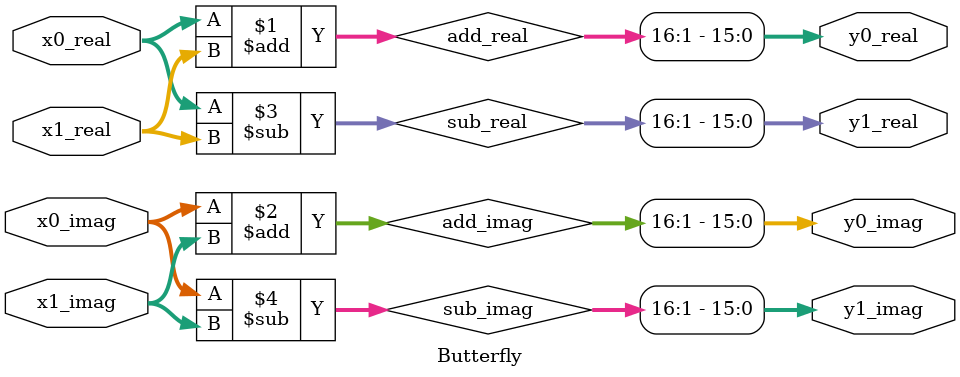
<source format=v>
module Butterfly #(
    parameter   WIDTH = 16
)(
    input signed  [WIDTH-1:0] x0_real,  //  Input Data #0 (real)
    input signed  [WIDTH-1:0] x0_imag,  //  Input Data #0 (imag)
    input signed  [WIDTH-1:0] x1_real,  //  Input Data #1 (real)
    input signed  [WIDTH-1:0] x1_imag,  //  Input Data #1 (imag)
    output signed  [WIDTH-1:0] y0_real,  //  Output Data #0 (real)
    output signed  [WIDTH-1:0] y0_imag,  //  Output Data #0 (imag)
    output signed  [WIDTH-1:0] y1_real,  //  Output Data #1 (real)
    output signed  [WIDTH-1:0] y1_imag   //  Output Data #1 (imag)
);

wire signed [WIDTH:0] add_real, add_imag, sub_real, sub_imag;

//  Add/Sub
assign  add_real = x0_real + x1_real;
assign  add_imag = x0_imag + x1_imag;
assign  sub_real = x0_real - x1_real;
assign  sub_imag = x0_imag - x1_imag;

//  Scaling
assign  y0_real = (add_real) >>> 1;
assign  y0_imag = (add_imag) >>> 1;
assign  y1_real = (sub_real) >>> 1;
assign  y1_imag = (sub_imag) >>> 1;

endmodule

</source>
